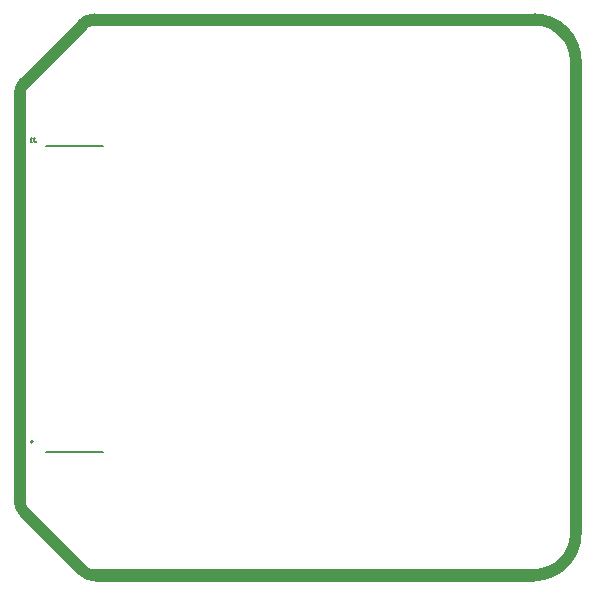
<source format=gbo>
G04*
G04 #@! TF.GenerationSoftware,Altium Limited,Altium Designer,23.3.1 (30)*
G04*
G04 Layer_Color=32896*
%FSLAX24Y24*%
%MOIN*%
G70*
G04*
G04 #@! TF.SameCoordinates,FE471356-1482-470A-B847-6992AEFC5CE1*
G04*
G04*
G04 #@! TF.FilePolarity,Positive*
G04*
G01*
G75*
%ADD10C,0.0079*%
%ADD11C,0.0005*%
%ADD12C,0.0050*%
G36*
X17633Y18873D02*
X17833Y18820D01*
X18023Y18741D01*
X18202Y18638D01*
X18366Y18512D01*
X18512Y18366D01*
X18638Y18202D01*
X18741Y18023D01*
X18820Y17833D01*
X18873Y17633D01*
X18900Y17429D01*
Y17325D01*
Y1577D01*
Y1474D01*
X18873Y1269D01*
X18820Y1070D01*
X18741Y879D01*
X18638Y701D01*
X18512Y537D01*
X18366Y391D01*
X18202Y265D01*
X18023Y162D01*
X17833Y83D01*
X17633Y29D01*
X17429Y3D01*
X2613D01*
X2461Y33D01*
X2318Y92D01*
X2189Y178D01*
X2134Y233D01*
X2136Y235D01*
X235Y2136D01*
X235D01*
X183Y2193D01*
X98Y2321D01*
X39Y2463D01*
X9Y2614D01*
X5Y2691D01*
Y16212D01*
X9Y16289D01*
X39Y16440D01*
X98Y16582D01*
X183Y16710D01*
X235Y16767D01*
X2136Y18668D01*
X2134Y18670D01*
X2189Y18724D01*
X2318Y18811D01*
X2461Y18870D01*
X2613Y18900D01*
X2691D01*
Y18900D01*
X17429D01*
X17633Y18873D01*
D02*
G37*
%LPC*%
G36*
X17402Y18507D02*
X17324Y18506D01*
X2692Y18506D01*
X2692Y18506D01*
X2653Y18506D01*
X2577Y18491D01*
X2505Y18461D01*
X2440Y18418D01*
X2412Y18390D01*
X511Y16489D01*
X511Y16489D01*
X484Y16462D01*
X440Y16397D01*
X410Y16325D01*
X395Y16248D01*
Y16209D01*
Y2688D01*
Y2649D01*
X410Y2573D01*
X440Y2500D01*
X484Y2436D01*
X511Y2408D01*
X2412Y507D01*
Y507D01*
X2440Y479D01*
X2505Y436D01*
X2577Y406D01*
X2653Y391D01*
X2692Y391D01*
X17327D01*
X17404Y391D01*
X17558Y411D01*
X17708Y451D01*
X17852Y511D01*
X17986Y588D01*
X18109Y683D01*
X18219Y792D01*
X18313Y916D01*
X18391Y1050D01*
X18450Y1193D01*
X18490Y1343D01*
X18511Y1497D01*
X18511Y1575D01*
X18511Y17323D01*
X18511D01*
X18511Y17323D01*
X18511Y17400D01*
X18490Y17555D01*
X18450Y17705D01*
X18390Y17848D01*
X18313Y17983D01*
X18218Y18106D01*
X18108Y18216D01*
X17984Y18310D01*
X17850Y18388D01*
X17706Y18447D01*
X17556Y18487D01*
X17402Y18507D01*
D02*
G37*
%LPD*%
D10*
X622Y4638D02*
G03*
X622Y4638I-39J0D01*
G01*
D11*
X2134Y233D02*
G03*
X2691Y3I557J557D01*
G01*
X3Y2691D02*
G03*
X233Y2134I787J0D01*
G01*
Y16769D02*
G03*
X3Y16212I557J-557D01*
G01*
X2691Y18900D02*
G03*
X2134Y18670I0J-787D01*
G01*
X18900Y17325D02*
G03*
X17325Y18900I-1575J0D01*
G01*
Y3D02*
G03*
X18900Y1577I0J1575D01*
G01*
X233Y2134D02*
X2134Y233D01*
X3Y2691D02*
Y16212D01*
X233Y16769D02*
X2134Y18670D01*
X2691Y18900D02*
X17325D01*
X18900Y1577D02*
Y17325D01*
X2691Y3D02*
X17325D01*
D12*
X1055Y4304D02*
X2945D01*
X1055Y14496D02*
X2945D01*
X650Y14775D02*
X700D01*
X675D01*
Y14650D01*
X700Y14625D01*
X725D01*
X750Y14650D01*
X600Y14625D02*
X550D01*
X575D01*
Y14775D01*
X600Y14750D01*
M02*

</source>
